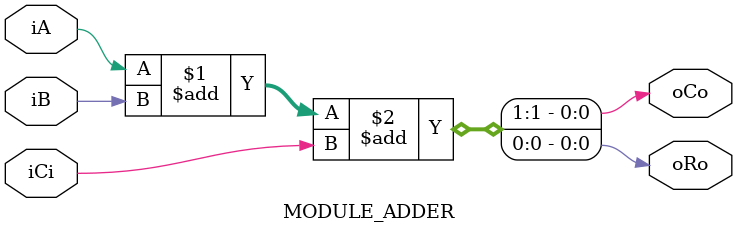
<source format=v>
`define N  16

module MULTPLY_CELL
(
input wire [15:0]  iA,iB,
output wire [31:0] oR
);


wire [`N-1 : 0 ] wCarry [`N-1 : 0];
wire [`N-1 : 0 ] wR[`N  : 0];


genvar C,R;
generate 

		for (C = 0; C < `N; C = C + 1)
		begin : COL_inicial 

			if(C == `N-1) begin
				assign wR[0][`N] = wCarry[0][`N-1]; //wCarry de la col final
	
				MODULE_ADDER ADD_0_F
				(
					.iA( 0 ), 
					.iB(  iA[C] & iB[1] ), 	 
					.iCi( wCarry[ 0 ][ C ]     ),   	 
					.oCo( wCarry[ 0 ][C+1]   ), 
					.oRo( wR[0][C]   )
				);

			end//if(C == `N-1)

			if(C<`N-1)	begin	
			MODULE_ADDER ADD_0_X
				(
					.iA(  iA[C+1]&iB[0]), 
					.iB(  iA[C] & iB[1] ), 	 
					.iCi( wCarry[ 0 ][ C ]     ),   	 
					.oCo( wCarry[ 0 ][C+1]   ), 
					.oRo( wR[0][C]   )
				);
			end//if(C<`N-1)
		end//for (C = 0; C < `N; C = C + 1)
	


	for (R = 1; R < `N; R = R + 1)
	begin : ROW 

		for (C = 0; C < `N; C = C + 1)
		begin : COL 

			if(C == `N-1) 
			begin

				assign wR[R][`N] = wCarry[R][`N]; //wCarry de la col final

			end
			else
		   begin
				MODULE_ADDER ADD_X_X
				(
					.iA(  wR[R - 1 ][ C + 1] ), 
					.iB(  iA[C] & iB[ R + 1] ), 	 
					.iCi( wCarry[ R ][ C ]     ),   	 
					.oCo( wCarry[ R ][C+1]   ), 
					.oRo( wR[R][C]   )
				);
				
				if (R == `N-1)begin
					assign oR[C+(`N-1)] = wR[`N-1][C]; //Ultima fila asignar los resultados 
					end
			end//if(C == `N-1)

		end//for (C = 0; C < `N; C = C + 1)
	if(R<`N-1)
		assign oR[ R  ] = wR[ R ][ 0 ]; 
		
	end//for (R = 1; R < `N; R = R + 1)

endgenerate


assign oR[0] = iA[0] & iB[0];
assign oR[31] = wCarry[15][15];
assign oR[14]=wR[14][0];



endmodule


   

module MODULE_ADDER
(
    input  wire  	iA,
    input  wire  	iB, //Resultado anterior
    input  wire  	iCi,
    output wire  	oCo,
    output wire 	oRo
);

assign {oCo,oRo} = iA + iB + iCi;

endmodule


</source>
